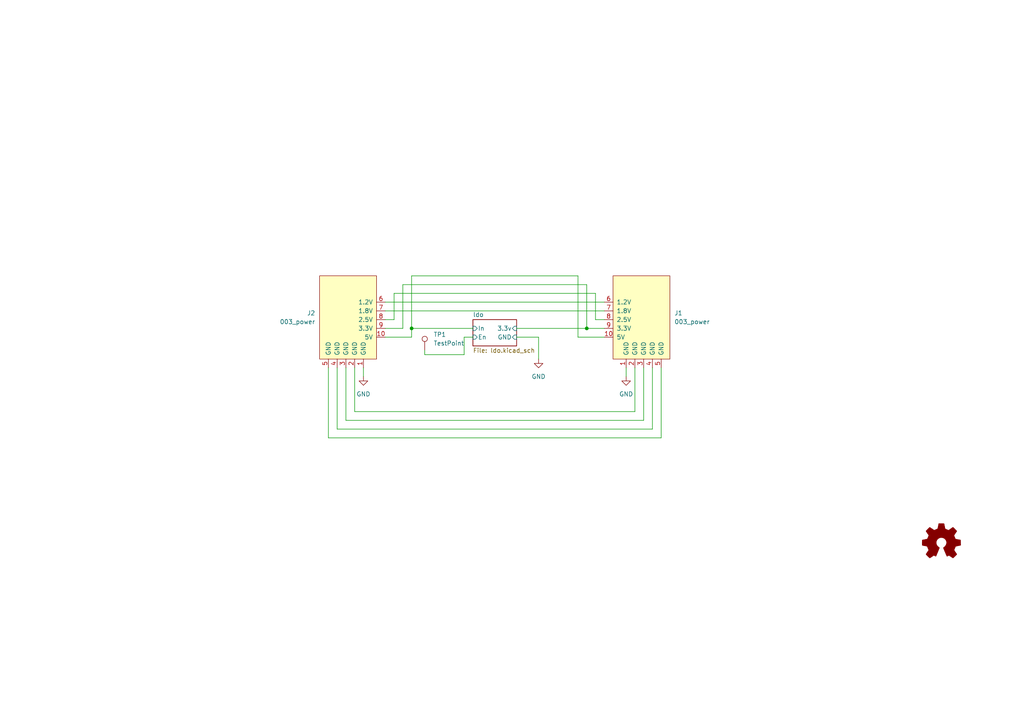
<source format=kicad_sch>
(kicad_sch (version 20230121) (generator eeschema)

  (uuid 57732dd3-1162-4c3f-88bd-31bf473d124d)

  (paper "A4")

  (lib_symbols
    (symbol "Connector:TestPoint" (pin_numbers hide) (pin_names (offset 0.762) hide) (in_bom yes) (on_board yes)
      (property "Reference" "TP" (at 0 6.858 0)
        (effects (font (size 1.27 1.27)))
      )
      (property "Value" "TestPoint" (at 0 5.08 0)
        (effects (font (size 1.27 1.27)))
      )
      (property "Footprint" "" (at 5.08 0 0)
        (effects (font (size 1.27 1.27)) hide)
      )
      (property "Datasheet" "~" (at 5.08 0 0)
        (effects (font (size 1.27 1.27)) hide)
      )
      (property "ki_keywords" "test point tp" (at 0 0 0)
        (effects (font (size 1.27 1.27)) hide)
      )
      (property "ki_description" "test point" (at 0 0 0)
        (effects (font (size 1.27 1.27)) hide)
      )
      (property "ki_fp_filters" "Pin* Test*" (at 0 0 0)
        (effects (font (size 1.27 1.27)) hide)
      )
      (symbol "TestPoint_0_1"
        (circle (center 0 3.302) (radius 0.762)
          (stroke (width 0) (type default))
          (fill (type none))
        )
      )
      (symbol "TestPoint_1_1"
        (pin passive line (at 0 0 90) (length 2.54)
          (name "1" (effects (font (size 1.27 1.27))))
          (number "1" (effects (font (size 1.27 1.27))))
        )
      )
    )
    (symbol "Graphic:Logo_Open_Hardware_Small" (pin_names (offset 1.016)) (in_bom yes) (on_board yes)
      (property "Reference" "#LOGO" (at 0 6.985 0)
        (effects (font (size 1.27 1.27)) hide)
      )
      (property "Value" "Logo_Open_Hardware_Small" (at 0 -5.715 0)
        (effects (font (size 1.27 1.27)) hide)
      )
      (property "Footprint" "" (at 0 0 0)
        (effects (font (size 1.27 1.27)) hide)
      )
      (property "Datasheet" "~" (at 0 0 0)
        (effects (font (size 1.27 1.27)) hide)
      )
      (property "ki_keywords" "Logo" (at 0 0 0)
        (effects (font (size 1.27 1.27)) hide)
      )
      (property "ki_description" "Open Hardware logo, small" (at 0 0 0)
        (effects (font (size 1.27 1.27)) hide)
      )
      (symbol "Logo_Open_Hardware_Small_0_1"
        (polyline
          (pts
            (xy 3.3528 -4.3434)
            (xy 3.302 -4.318)
            (xy 3.175 -4.2418)
            (xy 2.9972 -4.1148)
            (xy 2.7686 -3.9624)
            (xy 2.54 -3.81)
            (xy 2.3622 -3.7084)
            (xy 2.2352 -3.6068)
            (xy 2.1844 -3.5814)
            (xy 2.159 -3.6068)
            (xy 2.0574 -3.6576)
            (xy 1.905 -3.7338)
            (xy 1.8034 -3.7846)
            (xy 1.6764 -3.8354)
            (xy 1.6002 -3.8354)
            (xy 1.6002 -3.8354)
            (xy 1.5494 -3.7338)
            (xy 1.4732 -3.5306)
            (xy 1.3462 -3.302)
            (xy 1.2446 -3.0226)
            (xy 1.1176 -2.7178)
            (xy 0.9652 -2.413)
            (xy 0.8636 -2.1082)
            (xy 0.7366 -1.8288)
            (xy 0.6604 -1.6256)
            (xy 0.6096 -1.4732)
            (xy 0.5842 -1.397)
            (xy 0.5842 -1.397)
            (xy 0.6604 -1.3208)
            (xy 0.7874 -1.2446)
            (xy 1.0414 -1.016)
            (xy 1.2954 -0.6858)
            (xy 1.4478 -0.3302)
            (xy 1.524 0.0762)
            (xy 1.4732 0.4572)
            (xy 1.3208 0.8128)
            (xy 1.0668 1.143)
            (xy 0.762 1.3716)
            (xy 0.4064 1.524)
            (xy 0 1.5748)
            (xy -0.381 1.5494)
            (xy -0.7366 1.397)
            (xy -1.0668 1.143)
            (xy -1.2192 0.9906)
            (xy -1.397 0.6604)
            (xy -1.524 0.3048)
            (xy -1.524 0.2286)
            (xy -1.4986 -0.1778)
            (xy -1.397 -0.5334)
            (xy -1.1938 -0.8636)
            (xy -0.9144 -1.143)
            (xy -0.8636 -1.1684)
            (xy -0.7366 -1.27)
            (xy -0.635 -1.3462)
            (xy -0.5842 -1.397)
            (xy -1.0668 -2.5908)
            (xy -1.143 -2.794)
            (xy -1.2954 -3.1242)
            (xy -1.397 -3.4036)
            (xy -1.4986 -3.6322)
            (xy -1.5748 -3.7846)
            (xy -1.6002 -3.8354)
            (xy -1.6002 -3.8354)
            (xy -1.651 -3.8354)
            (xy -1.7272 -3.81)
            (xy -1.905 -3.7338)
            (xy -2.0066 -3.683)
            (xy -2.1336 -3.6068)
            (xy -2.2098 -3.5814)
            (xy -2.2606 -3.6068)
            (xy -2.3622 -3.683)
            (xy -2.54 -3.81)
            (xy -2.7686 -3.9624)
            (xy -2.9718 -4.0894)
            (xy -3.1496 -4.2164)
            (xy -3.302 -4.318)
            (xy -3.3528 -4.3434)
            (xy -3.3782 -4.3434)
            (xy -3.429 -4.318)
            (xy -3.5306 -4.2164)
            (xy -3.7084 -4.064)
            (xy -3.937 -3.8354)
            (xy -3.9624 -3.81)
            (xy -4.1656 -3.6068)
            (xy -4.318 -3.4544)
            (xy -4.4196 -3.3274)
            (xy -4.445 -3.2766)
            (xy -4.445 -3.2766)
            (xy -4.4196 -3.2258)
            (xy -4.318 -3.0734)
            (xy -4.2164 -2.8956)
            (xy -4.064 -2.667)
            (xy -3.6576 -2.0828)
            (xy -3.8862 -1.5494)
            (xy -3.937 -1.3716)
            (xy -4.0386 -1.1684)
            (xy -4.0894 -1.0414)
            (xy -4.1148 -0.9652)
            (xy -4.191 -0.9398)
            (xy -4.318 -0.9144)
            (xy -4.5466 -0.8636)
            (xy -4.8006 -0.8128)
            (xy -5.0546 -0.7874)
            (xy -5.2578 -0.7366)
            (xy -5.4356 -0.7112)
            (xy -5.5118 -0.6858)
            (xy -5.5118 -0.6858)
            (xy -5.5372 -0.635)
            (xy -5.5372 -0.5588)
            (xy -5.5372 -0.4318)
            (xy -5.5626 -0.2286)
            (xy -5.5626 0.0762)
            (xy -5.5626 0.127)
            (xy -5.5372 0.4064)
            (xy -5.5372 0.635)
            (xy -5.5372 0.762)
            (xy -5.5372 0.8382)
            (xy -5.5372 0.8382)
            (xy -5.461 0.8382)
            (xy -5.3086 0.889)
            (xy -5.08 0.9144)
            (xy -4.826 0.9652)
            (xy -4.8006 0.9906)
            (xy -4.5466 1.0414)
            (xy -4.318 1.0668)
            (xy -4.1656 1.1176)
            (xy -4.0894 1.143)
            (xy -4.0894 1.143)
            (xy -4.0386 1.2446)
            (xy -3.9624 1.4224)
            (xy -3.8608 1.6256)
            (xy -3.7846 1.8288)
            (xy -3.7084 2.0066)
            (xy -3.6576 2.159)
            (xy -3.6322 2.2098)
            (xy -3.6322 2.2098)
            (xy -3.683 2.286)
            (xy -3.7592 2.413)
            (xy -3.8862 2.5908)
            (xy -4.064 2.8194)
            (xy -4.064 2.8448)
            (xy -4.2164 3.0734)
            (xy -4.3434 3.2512)
            (xy -4.4196 3.3782)
            (xy -4.445 3.4544)
            (xy -4.445 3.4544)
            (xy -4.3942 3.5052)
            (xy -4.2926 3.6322)
            (xy -4.1148 3.81)
            (xy -3.937 4.0132)
            (xy -3.8608 4.064)
            (xy -3.6576 4.2926)
            (xy -3.5052 4.4196)
            (xy -3.4036 4.4958)
            (xy -3.3528 4.5212)
            (xy -3.3528 4.5212)
            (xy -3.302 4.4704)
            (xy -3.1496 4.3688)
            (xy -2.9718 4.2418)
            (xy -2.7432 4.0894)
            (xy -2.7178 4.0894)
            (xy -2.4892 3.937)
            (xy -2.3114 3.81)
            (xy -2.1844 3.7084)
            (xy -2.1336 3.683)
            (xy -2.1082 3.683)
            (xy -2.032 3.7084)
            (xy -1.8542 3.7592)
            (xy -1.6764 3.8354)
            (xy -1.4732 3.937)
            (xy -1.27 4.0132)
            (xy -1.143 4.064)
            (xy -1.0668 4.1148)
            (xy -1.0668 4.1148)
            (xy -1.0414 4.191)
            (xy -1.016 4.3434)
            (xy -0.9652 4.572)
            (xy -0.9144 4.8514)
            (xy -0.889 4.9022)
            (xy -0.8382 5.1562)
            (xy -0.8128 5.3848)
            (xy -0.7874 5.5372)
            (xy -0.762 5.588)
            (xy -0.7112 5.6134)
            (xy -0.5842 5.6134)
            (xy -0.4064 5.6134)
            (xy -0.1524 5.6134)
            (xy 0.0762 5.6134)
            (xy 0.3302 5.6134)
            (xy 0.5334 5.6134)
            (xy 0.6858 5.588)
            (xy 0.7366 5.588)
            (xy 0.7366 5.588)
            (xy 0.762 5.5118)
            (xy 0.8128 5.334)
            (xy 0.8382 5.1054)
            (xy 0.9144 4.826)
            (xy 0.9144 4.7752)
            (xy 0.9652 4.5212)
            (xy 1.016 4.2926)
            (xy 1.0414 4.1402)
            (xy 1.0668 4.0894)
            (xy 1.0668 4.0894)
            (xy 1.1938 4.0386)
            (xy 1.3716 3.9624)
            (xy 1.5748 3.8608)
            (xy 2.0828 3.6576)
            (xy 2.7178 4.0894)
            (xy 2.7686 4.1402)
            (xy 2.9972 4.2926)
            (xy 3.175 4.4196)
            (xy 3.302 4.4958)
            (xy 3.3782 4.5212)
            (xy 3.3782 4.5212)
            (xy 3.429 4.4704)
            (xy 3.556 4.3434)
            (xy 3.7338 4.191)
            (xy 3.9116 3.9878)
            (xy 4.064 3.8354)
            (xy 4.2418 3.6576)
            (xy 4.3434 3.556)
            (xy 4.4196 3.4798)
            (xy 4.4196 3.429)
            (xy 4.4196 3.4036)
            (xy 4.3942 3.3274)
            (xy 4.2926 3.2004)
            (xy 4.1656 2.9972)
            (xy 4.0132 2.794)
            (xy 3.8862 2.5908)
            (xy 3.7592 2.3876)
            (xy 3.6576 2.2352)
            (xy 3.6322 2.159)
            (xy 3.6322 2.1336)
            (xy 3.683 2.0066)
            (xy 3.7592 1.8288)
            (xy 3.8608 1.6002)
            (xy 4.064 1.1176)
            (xy 4.3942 1.0414)
            (xy 4.5974 1.016)
            (xy 4.8768 0.9652)
            (xy 5.1308 0.9144)
            (xy 5.5372 0.8382)
            (xy 5.5626 -0.6604)
            (xy 5.4864 -0.6858)
            (xy 5.4356 -0.6858)
            (xy 5.2832 -0.7366)
            (xy 5.0546 -0.762)
            (xy 4.8006 -0.8128)
            (xy 4.5974 -0.8636)
            (xy 4.3688 -0.9144)
            (xy 4.2164 -0.9398)
            (xy 4.1402 -0.9398)
            (xy 4.1148 -0.9652)
            (xy 4.064 -1.0668)
            (xy 3.9878 -1.2446)
            (xy 3.9116 -1.4478)
            (xy 3.81 -1.651)
            (xy 3.7338 -1.8542)
            (xy 3.683 -2.0066)
            (xy 3.6576 -2.0828)
            (xy 3.683 -2.1336)
            (xy 3.7846 -2.2606)
            (xy 3.8862 -2.4638)
            (xy 4.0386 -2.667)
            (xy 4.191 -2.8956)
            (xy 4.318 -3.0734)
            (xy 4.3942 -3.2004)
            (xy 4.445 -3.2766)
            (xy 4.4196 -3.3274)
            (xy 4.3434 -3.429)
            (xy 4.1656 -3.5814)
            (xy 3.937 -3.8354)
            (xy 3.8862 -3.8608)
            (xy 3.683 -4.064)
            (xy 3.5306 -4.2164)
            (xy 3.4036 -4.318)
            (xy 3.3528 -4.3434)
          )
          (stroke (width 0) (type default))
          (fill (type outline))
        )
      )
    )
    (symbol "power:GND" (power) (pin_names (offset 0)) (in_bom yes) (on_board yes)
      (property "Reference" "#PWR" (at 0 -6.35 0)
        (effects (font (size 1.27 1.27)) hide)
      )
      (property "Value" "GND" (at 0 -3.81 0)
        (effects (font (size 1.27 1.27)))
      )
      (property "Footprint" "" (at 0 0 0)
        (effects (font (size 1.27 1.27)) hide)
      )
      (property "Datasheet" "" (at 0 0 0)
        (effects (font (size 1.27 1.27)) hide)
      )
      (property "ki_keywords" "power-flag" (at 0 0 0)
        (effects (font (size 1.27 1.27)) hide)
      )
      (property "ki_description" "Power symbol creates a global label with name \"GND\" , ground" (at 0 0 0)
        (effects (font (size 1.27 1.27)) hide)
      )
      (symbol "GND_0_1"
        (polyline
          (pts
            (xy 0 0)
            (xy 0 -1.27)
            (xy 1.27 -1.27)
            (xy 0 -2.54)
            (xy -1.27 -1.27)
            (xy 0 -1.27)
          )
          (stroke (width 0) (type default))
          (fill (type none))
        )
      )
      (symbol "GND_1_1"
        (pin power_in line (at 0 0 270) (length 0) hide
          (name "GND" (effects (font (size 1.27 1.27))))
          (number "1" (effects (font (size 1.27 1.27))))
        )
      )
    )
    (symbol "put_on_edge:003_power" (pin_names (offset 1.016)) (in_bom yes) (on_board yes)
      (property "Reference" "J" (at -2.54 13.97 0)
        (effects (font (size 1.27 1.27)))
      )
      (property "Value" "003_power" (at 8.89 13.97 0)
        (effects (font (size 1.27 1.27)))
      )
      (property "Footprint" "" (at 7.62 16.51 0)
        (effects (font (size 1.27 1.27)) hide)
      )
      (property "Datasheet" "" (at 7.62 16.51 0)
        (effects (font (size 1.27 1.27)) hide)
      )
      (symbol "003_power_0_1"
        (rectangle (start -8.89 12.7) (end 7.62 -11.43)
          (stroke (width 0) (type default))
          (fill (type background))
        )
      )
      (symbol "003_power_1_1"
        (pin power_in line (at -5.08 -13.97 90) (length 2.54)
          (name "GND" (effects (font (size 1.27 1.27))))
          (number "1" (effects (font (size 1.27 1.27))))
        )
        (pin power_out line (at -11.43 -5.08 0) (length 2.54)
          (name "5V" (effects (font (size 1.27 1.27))))
          (number "10" (effects (font (size 1.27 1.27))))
        )
        (pin power_in line (at -2.54 -13.97 90) (length 2.54)
          (name "GND" (effects (font (size 1.27 1.27))))
          (number "2" (effects (font (size 1.27 1.27))))
        )
        (pin power_in line (at 0 -13.97 90) (length 2.54)
          (name "GND" (effects (font (size 1.27 1.27))))
          (number "3" (effects (font (size 1.27 1.27))))
        )
        (pin power_in line (at 2.54 -13.97 90) (length 2.54)
          (name "GND" (effects (font (size 1.27 1.27))))
          (number "4" (effects (font (size 1.27 1.27))))
        )
        (pin power_in line (at 5.08 -13.97 90) (length 2.54)
          (name "GND" (effects (font (size 1.27 1.27))))
          (number "5" (effects (font (size 1.27 1.27))))
        )
        (pin power_out line (at -11.43 5.08 0) (length 2.54)
          (name "1.2V" (effects (font (size 1.27 1.27))))
          (number "6" (effects (font (size 1.27 1.27))))
        )
        (pin power_out line (at -11.43 2.54 0) (length 2.54)
          (name "1.8V" (effects (font (size 1.27 1.27))))
          (number "7" (effects (font (size 1.27 1.27))))
        )
        (pin power_out line (at -11.43 0 0) (length 2.54)
          (name "2.5V" (effects (font (size 1.27 1.27))))
          (number "8" (effects (font (size 1.27 1.27))))
        )
        (pin power_out line (at -11.43 -2.54 0) (length 2.54)
          (name "3.3V" (effects (font (size 1.27 1.27))))
          (number "9" (effects (font (size 1.27 1.27))))
        )
      )
    )
  )

  (junction (at 170.18 95.25) (diameter 0) (color 0 0 0 0)
    (uuid 4a04c008-ae0a-40cb-a5e8-05f4b9bf2f4c)
  )
  (junction (at 119.38 95.25) (diameter 0) (color 0 0 0 0)
    (uuid 4ae41a80-bb19-4e33-bfba-e284b01b60a0)
  )

  (wire (pts (xy 111.76 95.25) (xy 116.84 95.25))
    (stroke (width 0) (type default))
    (uuid 02301c51-6c02-4750-92c7-63a1316d493a)
  )
  (wire (pts (xy 134.62 97.79) (xy 137.16 97.79))
    (stroke (width 0) (type default))
    (uuid 0d5f7c56-eaec-47b4-9da9-fea33d9dea74)
  )
  (wire (pts (xy 167.64 97.79) (xy 175.26 97.79))
    (stroke (width 0) (type default))
    (uuid 11cf8436-2676-4f17-b1a7-c477c0706c4a)
  )
  (wire (pts (xy 111.76 90.17) (xy 175.26 90.17))
    (stroke (width 0) (type default))
    (uuid 15944777-b35e-419e-a80d-6c4091a24522)
  )
  (wire (pts (xy 167.64 80.01) (xy 167.64 97.79))
    (stroke (width 0) (type default))
    (uuid 1c7e02d4-8ccd-4234-9be5-b40248ceac22)
  )
  (wire (pts (xy 134.62 102.87) (xy 134.62 97.79))
    (stroke (width 0) (type default))
    (uuid 203f2d50-5898-4003-8a2e-b7cadaa85825)
  )
  (wire (pts (xy 191.77 106.68) (xy 191.77 127))
    (stroke (width 0) (type default))
    (uuid 22e920ce-29c9-4d09-9426-0e6554358e25)
  )
  (wire (pts (xy 181.61 106.68) (xy 181.61 109.22))
    (stroke (width 0) (type default))
    (uuid 28a67cca-5ffc-44de-8d54-11f5713b7233)
  )
  (wire (pts (xy 116.84 95.25) (xy 116.84 82.55))
    (stroke (width 0) (type default))
    (uuid 30fbcfec-be94-4cbf-afdb-8b301549dfd8)
  )
  (wire (pts (xy 111.76 97.79) (xy 119.38 97.79))
    (stroke (width 0) (type default))
    (uuid 32851efc-f026-49ff-9e3a-69adb9f25e0c)
  )
  (wire (pts (xy 123.19 101.6) (xy 123.19 102.87))
    (stroke (width 0) (type default))
    (uuid 3bb0a87d-390c-482d-9f74-3c82acd36d71)
  )
  (wire (pts (xy 170.18 95.25) (xy 175.26 95.25))
    (stroke (width 0) (type default))
    (uuid 3c63f661-2ab6-4b3d-a3d9-9887553ac011)
  )
  (wire (pts (xy 186.69 106.68) (xy 186.69 121.92))
    (stroke (width 0) (type default))
    (uuid 3d623764-d0c9-438c-b7ed-5417ac62a5c4)
  )
  (wire (pts (xy 186.69 121.92) (xy 100.33 121.92))
    (stroke (width 0) (type default))
    (uuid 41e15990-3d64-402a-956b-b54f78eb378f)
  )
  (wire (pts (xy 119.38 97.79) (xy 119.38 95.25))
    (stroke (width 0) (type default))
    (uuid 51c87cad-4a91-4c4a-9ad3-b33d13268cd2)
  )
  (wire (pts (xy 156.21 97.79) (xy 156.21 104.14))
    (stroke (width 0) (type default))
    (uuid 5a1fc14d-1d6f-444c-82b2-77ce3f0eeb3f)
  )
  (wire (pts (xy 119.38 95.25) (xy 119.38 80.01))
    (stroke (width 0) (type default))
    (uuid 6dc3d9dd-f970-43a8-9486-0c1c27f3ef31)
  )
  (wire (pts (xy 105.41 106.68) (xy 105.41 109.22))
    (stroke (width 0) (type default))
    (uuid 73e0ae9c-9ccd-4997-a47e-9ff4c4a14ce7)
  )
  (wire (pts (xy 97.79 124.46) (xy 189.23 124.46))
    (stroke (width 0) (type default))
    (uuid 77081107-c3bd-498d-ab8d-fb6dd66dd4fb)
  )
  (wire (pts (xy 114.3 92.71) (xy 114.3 85.09))
    (stroke (width 0) (type default))
    (uuid 7a3c0e4f-eb9e-4011-8cb6-17fc41eb9fd8)
  )
  (wire (pts (xy 119.38 95.25) (xy 137.16 95.25))
    (stroke (width 0) (type default))
    (uuid 804e7d35-6904-424c-b35e-831274e41978)
  )
  (wire (pts (xy 102.87 106.68) (xy 102.87 119.38))
    (stroke (width 0) (type default))
    (uuid 80591890-4864-400c-931e-96cd73fbd5fb)
  )
  (wire (pts (xy 102.87 119.38) (xy 184.15 119.38))
    (stroke (width 0) (type default))
    (uuid 828072e9-c4bb-4281-8f98-57ced1efd47c)
  )
  (wire (pts (xy 189.23 124.46) (xy 189.23 106.68))
    (stroke (width 0) (type default))
    (uuid 8bd3ec3d-33b9-4a6e-ba21-fbd20e0b6dec)
  )
  (wire (pts (xy 116.84 82.55) (xy 170.18 82.55))
    (stroke (width 0) (type default))
    (uuid 930f69c3-41f7-4f51-bad1-d7482ceb54c3)
  )
  (wire (pts (xy 97.79 106.68) (xy 97.79 124.46))
    (stroke (width 0) (type default))
    (uuid 98f6d492-a610-4d79-98a6-6e73d562052e)
  )
  (wire (pts (xy 191.77 127) (xy 95.25 127))
    (stroke (width 0) (type default))
    (uuid 9ab9bbca-fc97-470d-a0ac-c0b8485d98be)
  )
  (wire (pts (xy 111.76 92.71) (xy 114.3 92.71))
    (stroke (width 0) (type default))
    (uuid 9c0451a1-1795-4a95-8e58-2456dd92598d)
  )
  (wire (pts (xy 111.76 87.63) (xy 175.26 87.63))
    (stroke (width 0) (type default))
    (uuid 9cb8ed8d-c6a5-4a68-a6ff-2847b15295f1)
  )
  (wire (pts (xy 172.72 92.71) (xy 175.26 92.71))
    (stroke (width 0) (type default))
    (uuid a28584df-4559-4056-ab39-9adcd1522c47)
  )
  (wire (pts (xy 149.86 95.25) (xy 170.18 95.25))
    (stroke (width 0) (type default))
    (uuid ac552596-10f6-4a61-a1d5-9b7605f2031d)
  )
  (wire (pts (xy 149.86 97.79) (xy 156.21 97.79))
    (stroke (width 0) (type default))
    (uuid b5f50e6e-6728-4454-96f5-44e0bc388ce5)
  )
  (wire (pts (xy 119.38 80.01) (xy 167.64 80.01))
    (stroke (width 0) (type default))
    (uuid bba9a47f-6857-44e2-8089-695424a68ec7)
  )
  (wire (pts (xy 114.3 85.09) (xy 172.72 85.09))
    (stroke (width 0) (type default))
    (uuid c3f038a4-c8b3-4c5b-9464-81fd7e94ca6e)
  )
  (wire (pts (xy 123.19 102.87) (xy 134.62 102.87))
    (stroke (width 0) (type default))
    (uuid c4a67bc1-a936-469e-8ea0-caf3c8a3f75b)
  )
  (wire (pts (xy 100.33 121.92) (xy 100.33 106.68))
    (stroke (width 0) (type default))
    (uuid d0164f6d-5acb-47a8-877b-775038e60ee9)
  )
  (wire (pts (xy 95.25 127) (xy 95.25 106.68))
    (stroke (width 0) (type default))
    (uuid e613b6eb-e76f-4c7e-ae4b-e7e6d2f4e200)
  )
  (wire (pts (xy 184.15 119.38) (xy 184.15 106.68))
    (stroke (width 0) (type default))
    (uuid e84256be-2b01-44ab-996a-dce18de65d26)
  )
  (wire (pts (xy 170.18 82.55) (xy 170.18 95.25))
    (stroke (width 0) (type default))
    (uuid edf32a12-0ed8-479d-adc2-dc388846d2ac)
  )
  (wire (pts (xy 172.72 85.09) (xy 172.72 92.71))
    (stroke (width 0) (type default))
    (uuid f02a4e69-1265-4b4c-8791-f535c71c6313)
  )

  (symbol (lib_id "power:GND") (at 105.41 109.22 0) (unit 1)
    (in_bom yes) (on_board yes) (dnp no) (fields_autoplaced)
    (uuid 3f966e26-65a3-4f8d-a4c6-b963ba3cd25a)
    (property "Reference" "#PWR02" (at 105.41 115.57 0)
      (effects (font (size 1.27 1.27)) hide)
    )
    (property "Value" "GND" (at 105.41 114.3 0)
      (effects (font (size 1.27 1.27)))
    )
    (property "Footprint" "" (at 105.41 109.22 0)
      (effects (font (size 1.27 1.27)) hide)
    )
    (property "Datasheet" "" (at 105.41 109.22 0)
      (effects (font (size 1.27 1.27)) hide)
    )
    (pin "1" (uuid 3bd20933-27b6-4684-bf42-4d09db29ba6d))
    (instances
      (project "board"
        (path "/57732dd3-1162-4c3f-88bd-31bf473d124d"
          (reference "#PWR02") (unit 1)
        )
      )
    )
  )

  (symbol (lib_id "power:GND") (at 156.21 104.14 0) (unit 1)
    (in_bom yes) (on_board yes) (dnp no) (fields_autoplaced)
    (uuid 971afa99-5d33-4a72-a8e1-edd3c45138ed)
    (property "Reference" "#PWR0101" (at 156.21 110.49 0)
      (effects (font (size 1.27 1.27)) hide)
    )
    (property "Value" "GND" (at 156.21 109.22 0)
      (effects (font (size 1.27 1.27)))
    )
    (property "Footprint" "" (at 156.21 104.14 0)
      (effects (font (size 1.27 1.27)) hide)
    )
    (property "Datasheet" "" (at 156.21 104.14 0)
      (effects (font (size 1.27 1.27)) hide)
    )
    (pin "1" (uuid 0e12e353-ffd6-4e27-8957-653e209f57b0))
    (instances
      (project "board"
        (path "/57732dd3-1162-4c3f-88bd-31bf473d124d"
          (reference "#PWR0101") (unit 1)
        )
      )
    )
  )

  (symbol (lib_id "Graphic:Logo_Open_Hardware_Small") (at 273.05 157.48 0) (unit 1)
    (in_bom yes) (on_board yes) (dnp no) (fields_autoplaced)
    (uuid b72b6f4a-7489-40f2-bb90-d75ae01aa368)
    (property "Reference" "LOGO1" (at 273.05 150.495 0)
      (effects (font (size 1.27 1.27)) hide)
    )
    (property "Value" "Logo_Open_Hardware_Small" (at 273.05 163.195 0)
      (effects (font (size 1.27 1.27)) hide)
    )
    (property "Footprint" "Symbol:OSHW-Symbol_6.7x6mm_SilkScreen" (at 273.05 157.48 0)
      (effects (font (size 1.27 1.27)) hide)
    )
    (property "Datasheet" "~" (at 273.05 157.48 0)
      (effects (font (size 1.27 1.27)) hide)
    )
    (instances
      (project "board"
        (path "/57732dd3-1162-4c3f-88bd-31bf473d124d"
          (reference "LOGO1") (unit 1)
        )
      )
    )
  )

  (symbol (lib_id "put_on_edge:003_power") (at 100.33 92.71 0) (mirror y) (unit 1)
    (in_bom yes) (on_board yes) (dnp no)
    (uuid ba6691e9-6e62-4339-9ae7-9041bc532c64)
    (property "Reference" "J2" (at 91.44 90.805 0)
      (effects (font (size 1.27 1.27)) (justify left))
    )
    (property "Value" "003_power" (at 91.44 93.345 0)
      (effects (font (size 1.27 1.27)) (justify left))
    )
    (property "Footprint" "on_edge:on_edge_2x05_device" (at 92.71 76.2 0)
      (effects (font (size 1.27 1.27)) hide)
    )
    (property "Datasheet" "" (at 92.71 76.2 0)
      (effects (font (size 1.27 1.27)) hide)
    )
    (pin "4" (uuid 471c19fd-f34a-44a0-a943-f15784c07947))
    (pin "10" (uuid 51ba4e1c-46f7-4772-933e-b12e800b816c))
    (pin "3" (uuid f585e24a-09f5-4af7-a3da-4b2e49d33dd4))
    (pin "5" (uuid 68f89fa9-51d8-4d40-ac12-563d8f5cc3ed))
    (pin "2" (uuid e99f4f24-b2c8-40a4-9b8a-7fff7a5d37f3))
    (pin "7" (uuid 15a6fec9-fc79-4d6b-9744-a6ad5152d0ab))
    (pin "1" (uuid b10cb70c-8288-46ad-9a33-ac9f3945a302))
    (pin "6" (uuid 74d1fb2d-3650-44bb-b985-3c3fcce1a84d))
    (pin "9" (uuid 78a0ef8c-353c-46f1-aeeb-15d826e62f7b))
    (pin "8" (uuid af2ee589-7011-4b6c-bc5d-9b76ead701ce))
    (instances
      (project "board"
        (path "/57732dd3-1162-4c3f-88bd-31bf473d124d"
          (reference "J2") (unit 1)
        )
      )
    )
  )

  (symbol (lib_id "put_on_edge:003_power") (at 186.69 92.71 0) (unit 1)
    (in_bom yes) (on_board yes) (dnp no) (fields_autoplaced)
    (uuid ed57c18c-ed2d-464c-867e-fd60bfc828d6)
    (property "Reference" "J1" (at 195.58 90.805 0)
      (effects (font (size 1.27 1.27)) (justify left))
    )
    (property "Value" "003_power" (at 195.58 93.345 0)
      (effects (font (size 1.27 1.27)) (justify left))
    )
    (property "Footprint" "on_edge:on_edge_2x05_host" (at 194.31 76.2 0)
      (effects (font (size 1.27 1.27)) hide)
    )
    (property "Datasheet" "" (at 194.31 76.2 0)
      (effects (font (size 1.27 1.27)) hide)
    )
    (pin "4" (uuid c06d1f94-0e4a-448d-8e84-3fd27f84dd02))
    (pin "10" (uuid ffc99e6b-a71c-493d-8566-fe966b613907))
    (pin "3" (uuid 03c77e5e-7352-4804-ac45-e1c256d89ff0))
    (pin "5" (uuid e6d6e841-a3dd-45bd-a9aa-f94b8704b330))
    (pin "2" (uuid fdd232f3-7be2-49b3-92ba-915db8f529bb))
    (pin "7" (uuid 03dd470d-687d-4b20-9332-910467398d6a))
    (pin "1" (uuid 29180e12-bc44-44fc-bc00-ef678908e1c0))
    (pin "6" (uuid c5a8c492-e150-4fa7-9ee4-c63bbde80da6))
    (pin "9" (uuid c9b17855-431e-4389-8181-f24a3f1713e9))
    (pin "8" (uuid d425d17d-724a-4ca8-bc0e-ff0c7adeb4c9))
    (instances
      (project "board"
        (path "/57732dd3-1162-4c3f-88bd-31bf473d124d"
          (reference "J1") (unit 1)
        )
      )
    )
  )

  (symbol (lib_id "Connector:TestPoint") (at 123.19 101.6 0) (unit 1)
    (in_bom yes) (on_board yes) (dnp no) (fields_autoplaced)
    (uuid ef2c5445-4502-4719-ac1a-b328edc32d35)
    (property "Reference" "TP1" (at 125.73 97.028 0)
      (effects (font (size 1.27 1.27)) (justify left))
    )
    (property "Value" "TestPoint" (at 125.73 99.568 0)
      (effects (font (size 1.27 1.27)) (justify left))
    )
    (property "Footprint" "TestPoint:TestPoint_Pad_2.0x2.0mm" (at 128.27 101.6 0)
      (effects (font (size 1.27 1.27)) hide)
    )
    (property "Datasheet" "~" (at 128.27 101.6 0)
      (effects (font (size 1.27 1.27)) hide)
    )
    (pin "1" (uuid 391ee7de-b919-424b-9de6-aa0a1807c57a))
    (instances
      (project "board"
        (path "/57732dd3-1162-4c3f-88bd-31bf473d124d"
          (reference "TP1") (unit 1)
        )
      )
    )
  )

  (symbol (lib_id "power:GND") (at 181.61 109.22 0) (unit 1)
    (in_bom yes) (on_board yes) (dnp no) (fields_autoplaced)
    (uuid f2879a6e-eb01-491e-bf02-8c5c3fa156ac)
    (property "Reference" "#PWR01" (at 181.61 115.57 0)
      (effects (font (size 1.27 1.27)) hide)
    )
    (property "Value" "GND" (at 181.61 114.3 0)
      (effects (font (size 1.27 1.27)))
    )
    (property "Footprint" "" (at 181.61 109.22 0)
      (effects (font (size 1.27 1.27)) hide)
    )
    (property "Datasheet" "" (at 181.61 109.22 0)
      (effects (font (size 1.27 1.27)) hide)
    )
    (pin "1" (uuid c6e81f6c-604e-4ae0-99e2-e26745163871))
    (instances
      (project "board"
        (path "/57732dd3-1162-4c3f-88bd-31bf473d124d"
          (reference "#PWR01") (unit 1)
        )
      )
    )
  )

  (sheet (at 137.16 92.71) (size 12.7 7.62) (fields_autoplaced)
    (stroke (width 0.1524) (type solid))
    (fill (color 0 0 0 0.0000))
    (uuid 767ce4c6-0e55-4543-92f0-34cb8237a544)
    (property "Sheetname" "ldo" (at 137.16 91.9984 0)
      (effects (font (size 1.27 1.27)) (justify left bottom))
    )
    (property "Sheetfile" "ldo.kicad_sch" (at 137.16 100.9146 0)
      (effects (font (size 1.27 1.27)) (justify left top))
    )
    (pin "GND" input (at 149.86 97.79 0)
      (effects (font (size 1.27 1.27)) (justify right))
      (uuid 466cf29f-04d2-4303-aa26-8ec28548d2f2)
    )
    (pin "3.3v" input (at 149.86 95.25 0)
      (effects (font (size 1.27 1.27)) (justify right))
      (uuid bf34d552-dc3b-409a-bc2b-2aece6da6680)
    )
    (pin "En" input (at 137.16 97.79 180)
      (effects (font (size 1.27 1.27)) (justify left))
      (uuid 87813309-2377-4138-9d64-bf4a5efcb394)
    )
    (pin "In" input (at 137.16 95.25 180)
      (effects (font (size 1.27 1.27)) (justify left))
      (uuid 75c78d80-bf5a-495d-9f6b-558a6a40479e)
    )
    (instances
      (project "board"
        (path "/57732dd3-1162-4c3f-88bd-31bf473d124d" (page "2"))
      )
    )
  )

  (sheet_instances
    (path "/" (page "1"))
  )
)

</source>
